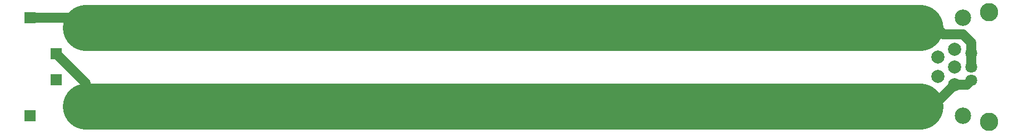
<source format=gbr>
%TF.GenerationSoftware,KiCad,Pcbnew,6.0.10*%
%TF.CreationDate,2023-01-30T14:16:19+03:00*%
%TF.ProjectId,heaters,68656174-6572-4732-9e6b-696361645f70,rev?*%
%TF.SameCoordinates,Original*%
%TF.FileFunction,Copper,L1,Top*%
%TF.FilePolarity,Positive*%
%FSLAX46Y46*%
G04 Gerber Fmt 4.6, Leading zero omitted, Abs format (unit mm)*
G04 Created by KiCad (PCBNEW 6.0.10) date 2023-01-30 14:16:19*
%MOMM*%
%LPD*%
G01*
G04 APERTURE LIST*
%TA.AperFunction,WasherPad*%
%ADD10C,2.800000*%
%TD*%
%TA.AperFunction,WasherPad*%
%ADD11C,2.500000*%
%TD*%
%TA.AperFunction,ComponentPad*%
%ADD12C,1.800000*%
%TD*%
%TA.AperFunction,ComponentPad*%
%ADD13C,2.000000*%
%TD*%
%TA.AperFunction,ComponentPad*%
%ADD14R,1.700000X1.700000*%
%TD*%
%TA.AperFunction,Conductor*%
%ADD15C,1.500000*%
%TD*%
%TA.AperFunction,Conductor*%
%ADD16C,7.000000*%
%TD*%
G04 APERTURE END LIST*
D10*
%TO.P,J5,*%
%TO.N,*%
X240013200Y-45118000D03*
D11*
X236000000Y-61018400D03*
X236000000Y-45981600D03*
D10*
X240013200Y-61882000D03*
D12*
%TO.P,J5,1,Pin_1*%
%TO.N,/A1*%
X237270000Y-51417200D03*
%TO.P,J5,2,Pin_2*%
X237270000Y-53500000D03*
%TO.P,J5,3,Pin_3*%
%TO.N,/A2*%
X237270000Y-55582800D03*
D13*
%TO.P,J5,4,Pin_4*%
%TO.N,/B2*%
X234730000Y-50782200D03*
%TO.P,J5,5,Pin_5*%
X234730000Y-53500000D03*
%TO.P,J5,6,Pin_6*%
%TO.N,/A2*%
X234730000Y-56217800D03*
%TO.P,J5,7,Pin_7*%
%TO.N,/B1*%
X232190000Y-52001400D03*
%TO.P,J5,8,Pin_8*%
X232190000Y-54998600D03*
%TD*%
D14*
%TO.P,J4,1,Pin_1*%
%TO.N,/B2*%
X98000000Y-55500000D03*
%TD*%
%TO.P,J3,1,Pin_1*%
%TO.N,/B1*%
X94000000Y-61000000D03*
%TD*%
%TO.P,J2,1,Pin_1*%
%TO.N,/A2*%
X98000000Y-51500000D03*
%TD*%
%TO.P,J1,1,Pin_1*%
%TO.N,/A1*%
X94000000Y-46000000D03*
%TD*%
D15*
%TO.N,/A2*%
X98000000Y-51500000D02*
X102500000Y-56000000D01*
X102500000Y-56000000D02*
X102500000Y-59500000D01*
%TO.N,/A1*%
X102500000Y-47500000D02*
X101000000Y-46000000D01*
X101000000Y-46000000D02*
X94000000Y-46000000D01*
D16*
%TO.N,/A2*%
X229500000Y-59500000D02*
X102500000Y-59500000D01*
%TO.N,/A1*%
X229500000Y-47500000D02*
X102500000Y-47500000D01*
D15*
%TO.N,/A2*%
X234730000Y-56217800D02*
X231447800Y-59500000D01*
X231447800Y-59500000D02*
X229500000Y-59500000D01*
%TO.N,/A1*%
X233000000Y-48500000D02*
X232000000Y-47500000D01*
X232000000Y-47500000D02*
X229500000Y-47500000D01*
X237270000Y-49770000D02*
X236000000Y-48500000D01*
X237270000Y-51417200D02*
X237270000Y-49770000D01*
X236000000Y-48500000D02*
X233000000Y-48500000D01*
%TO.N,/A2*%
X234730000Y-56217800D02*
X236635000Y-56217800D01*
X236635000Y-56217800D02*
X237270000Y-55582800D01*
%TO.N,/A1*%
X237270000Y-51417200D02*
X237270000Y-53500000D01*
%TD*%
M02*

</source>
